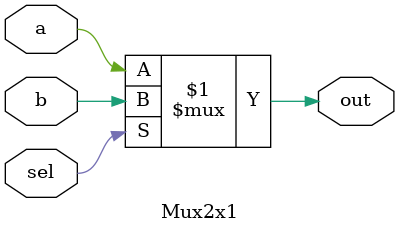
<source format=v>
module Mux2x1(
    input  wire a, b, sel,
    output wire out
);
    assign out = sel ? b : a;
endmodule
</source>
